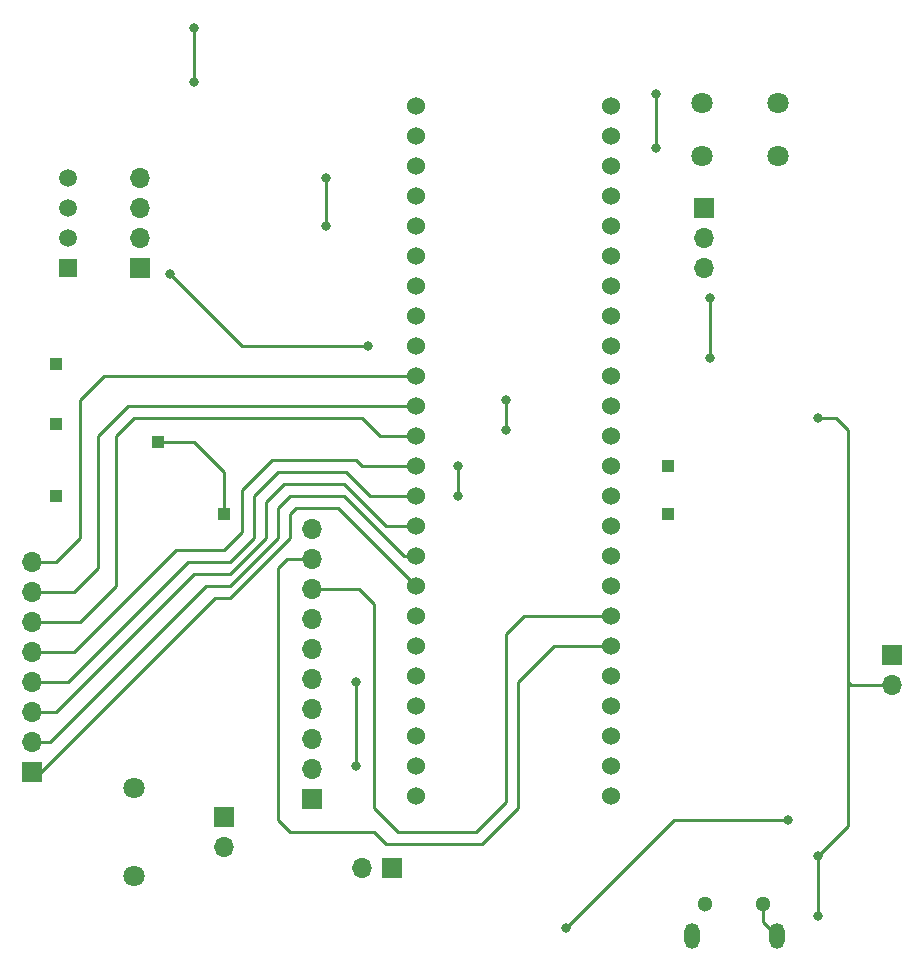
<source format=gbr>
%TF.GenerationSoftware,KiCad,Pcbnew,(7.0.0)*%
%TF.CreationDate,2023-04-03T20:33:43+02:00*%
%TF.ProjectId,EEE3088_design_project,45454533-3038-4385-9f64-657369676e5f,1.0*%
%TF.SameCoordinates,Original*%
%TF.FileFunction,Copper,L2,Bot*%
%TF.FilePolarity,Positive*%
%FSLAX46Y46*%
G04 Gerber Fmt 4.6, Leading zero omitted, Abs format (unit mm)*
G04 Created by KiCad (PCBNEW (7.0.0)) date 2023-04-03 20:33:43*
%MOMM*%
%LPD*%
G01*
G04 APERTURE LIST*
%TA.AperFunction,ComponentPad*%
%ADD10R,1.700000X1.700000*%
%TD*%
%TA.AperFunction,ComponentPad*%
%ADD11O,1.700000X1.700000*%
%TD*%
%TA.AperFunction,ComponentPad*%
%ADD12R,1.000000X1.000000*%
%TD*%
%TA.AperFunction,ComponentPad*%
%ADD13R,1.500000X1.500000*%
%TD*%
%TA.AperFunction,ComponentPad*%
%ADD14C,1.500000*%
%TD*%
%TA.AperFunction,ComponentPad*%
%ADD15C,1.800000*%
%TD*%
%TA.AperFunction,ComponentPad*%
%ADD16C,1.300000*%
%TD*%
%TA.AperFunction,ComponentPad*%
%ADD17O,1.300000X2.200000*%
%TD*%
%TA.AperFunction,ComponentPad*%
%ADD18C,1.524000*%
%TD*%
%TA.AperFunction,ViaPad*%
%ADD19C,0.800000*%
%TD*%
%TA.AperFunction,Conductor*%
%ADD20C,0.250000*%
%TD*%
G04 APERTURE END LIST*
D10*
%TO.P,J3,1,Pin_1*%
%TO.N,GND*%
X136651999Y-148335999D03*
D11*
%TO.P,J3,2,Pin_2*%
%TO.N,5V*%
X134111999Y-148335999D03*
%TD*%
D10*
%TO.P,J5,1,Pin_1*%
%TO.N,Analog temp sensor*%
X122427999Y-144012999D03*
D11*
%TO.P,J5,2,Pin_2*%
%TO.N,GND*%
X122427999Y-146552999D03*
%TD*%
D12*
%TO.P,TP10,1,1*%
%TO.N,/Microcontroller Interface/Eprom_SLC*%
X160019999Y-118363999D03*
%TD*%
D13*
%TO.P,U8,1,VDD*%
%TO.N,Vout3*%
X109219999Y-97536015D03*
D14*
%TO.P,U8,2,SDA*%
%TO.N,Temp_Sensor_SDA*%
X109220000Y-94996011D03*
%TO.P,U8,3,SCK*%
%TO.N,Temp_Sensor_SLC*%
X109220000Y-92456005D03*
%TO.P,U8,4,GND*%
%TO.N,GND*%
X109220000Y-89916000D03*
%TD*%
D12*
%TO.P,TP5,1,1*%
%TO.N,Temp_Sensor_SDA*%
X108203999Y-105663999D03*
%TD*%
D15*
%TO.P,S1,1,1*%
%TO.N,unconnected-(S1-Pad1)*%
X162866064Y-83602064D03*
%TO.P,S1,2,2*%
%TO.N,GND*%
X169365936Y-83602064D03*
%TO.P,S1,3,3*%
%TO.N,unconnected-(S1-Pad3)*%
X162866064Y-88101936D03*
%TO.P,S1,4,4*%
%TO.N,/Microcontroller Interface/NRST*%
X169365936Y-88101936D03*
%TD*%
D10*
%TO.P,J1,1,Pin_1*%
%TO.N,/Power managment/POS_terminal*%
X179012999Y-130296999D03*
D11*
%TO.P,J1,2,Pin_2*%
%TO.N,Vout3*%
X179012999Y-132836999D03*
%TD*%
D15*
%TO.P,TH1,1*%
%TO.N,Analog temp sensor*%
X114808000Y-141537936D03*
%TO.P,TH1,2*%
%TO.N,GND*%
X114808000Y-149038064D03*
%TD*%
D12*
%TO.P,TP9,1,1*%
%TO.N,/Microcontroller Interface/Eprom_SDA*%
X160019999Y-114299999D03*
%TD*%
D10*
%TO.P,J8,1,Pin_1*%
%TO.N,PA7*%
X106171999Y-140207999D03*
D11*
%TO.P,J8,2,Pin_2*%
%TO.N,PA6*%
X106171999Y-137667999D03*
%TO.P,J8,3,Pin_3*%
%TO.N,PA5*%
X106171999Y-135127999D03*
%TO.P,J8,4,Pin_4*%
%TO.N,PA4*%
X106171999Y-132587999D03*
%TO.P,J8,5,Pin_5*%
%TO.N,PA3*%
X106171999Y-130047999D03*
%TO.P,J8,6,Pin_6*%
%TO.N,PA2*%
X106171999Y-127507999D03*
%TO.P,J8,7,Pin_7*%
%TO.N,PA1*%
X106171999Y-124967999D03*
%TO.P,J8,8,Pin_8*%
%TO.N,PA0*%
X106171999Y-122427999D03*
%TD*%
D16*
%TO.P,USB1,6,SH1*%
%TO.N,GND*%
X168032943Y-151424446D03*
D17*
%TO.P,USB1,7,SH2*%
X169207948Y-154094498D03*
%TO.P,USB1,8,SH3*%
X162008050Y-154094498D03*
D16*
%TO.P,USB1,9,SH4*%
X163183057Y-151424446D03*
%TD*%
D10*
%TO.P,J6,1,Pin_1*%
%TO.N,Vout3*%
X163067999Y-92470999D03*
D11*
%TO.P,J6,2,Pin_2*%
%TO.N,Net-(J6-Pin_2)*%
X163067999Y-95010999D03*
%TO.P,J6,3,Pin_3*%
%TO.N,GND*%
X163067999Y-97550999D03*
%TD*%
D10*
%TO.P,J2,1,Pin_1*%
%TO.N,5V*%
X129850999Y-142488999D03*
D11*
%TO.P,J2,2,Pin_2*%
%TO.N,Analog temp sensor*%
X129850999Y-139948999D03*
%TO.P,J2,3,Pin_3*%
%TO.N,Temp_Sensor_SDA*%
X129850999Y-137408999D03*
%TO.P,J2,4,Pin_4*%
%TO.N,Temp_Sensor_SLC*%
X129850999Y-134868999D03*
%TO.P,J2,5,Pin_5*%
%TO.N,unconnected-(J2-Pin_5-Pad5)*%
X129850999Y-132328999D03*
%TO.P,J2,6,Pin_6*%
%TO.N,unconnected-(J2-Pin_6-Pad6)*%
X129850999Y-129788999D03*
%TO.P,J2,7,Pin_7*%
%TO.N,/Microcontroller Interface/Plug_Detect*%
X129850999Y-127248999D03*
%TO.P,J2,8,Pin_8*%
%TO.N,/Microcontroller Interface/TX*%
X129850999Y-124708999D03*
%TO.P,J2,9,Pin_9*%
%TO.N,/Microcontroller Interface/RX*%
X129850999Y-122168999D03*
%TO.P,J2,10,Pin_10*%
%TO.N,GND*%
X129850999Y-119628999D03*
%TD*%
D12*
%TO.P,TP6,1,1*%
%TO.N,Temp_Sensor_SLC*%
X108203999Y-110743999D03*
%TD*%
%TO.P,TP7,1,1*%
%TO.N,Vout3*%
X122427999Y-118363999D03*
%TD*%
D18*
%TO.P,J7,1,Pin_1*%
%TO.N,unconnected-(J7-Pin_1-Pad1)*%
X138684000Y-83820000D03*
%TO.P,J7,2,Pin_2*%
%TO.N,unconnected-(J7-Pin_2-Pad2)*%
X138684000Y-86360000D03*
%TO.P,J7,3,Pin_3*%
%TO.N,unconnected-(J7-Pin_3-Pad3)*%
X138684000Y-88900000D03*
%TO.P,J7,4,Pin_4*%
%TO.N,unconnected-(J7-Pin_4-Pad4)*%
X138684000Y-91440000D03*
%TO.P,J7,5,Pin_5*%
%TO.N,Net-(J7-Pin_5)*%
X138684000Y-93980000D03*
%TO.P,J7,6,Pin_6*%
%TO.N,Net-(J7-Pin_6)*%
X138684000Y-96520000D03*
%TO.P,J7,7,Pin_7*%
%TO.N,/Microcontroller Interface/NRST*%
X138684000Y-99060000D03*
%TO.P,J7,8,Pin_8*%
%TO.N,GND*%
X138684000Y-101600000D03*
%TO.P,J7,9,Pin_9*%
%TO.N,Vout3*%
X138684000Y-104140000D03*
%TO.P,J7,10,Pin_10*%
%TO.N,PA0*%
X138684000Y-106680000D03*
%TO.P,J7,11,Pin_11*%
%TO.N,PA1*%
X138684000Y-109220000D03*
%TO.P,J7,12,Pin_12*%
%TO.N,PA2*%
X138684000Y-111760000D03*
%TO.P,J7,13,Pin_13*%
%TO.N,PA3*%
X138684000Y-114300000D03*
%TO.P,J7,14,Pin_14*%
%TO.N,PA4*%
X138684000Y-116840000D03*
%TO.P,J7,15,Pin_15*%
%TO.N,PA5*%
X138684000Y-119380000D03*
%TO.P,J7,16,Pin_16*%
%TO.N,PA6*%
X138684000Y-121920000D03*
%TO.P,J7,17,Pin_17*%
%TO.N,PA7*%
X138684000Y-124460000D03*
%TO.P,J7,18,Pin_18*%
%TO.N,Analog temp sensor*%
X138684000Y-127000000D03*
%TO.P,J7,19,Pin_19*%
%TO.N,PB1*%
X138684000Y-129540000D03*
%TO.P,J7,20,Pin_20*%
%TO.N,PB2*%
X138684000Y-132080000D03*
%TO.P,J7,21,Pin_21*%
%TO.N,Temp_Sensor_SLC*%
X138684000Y-134620000D03*
%TO.P,J7,22,Pin_22*%
%TO.N,Temp_Sensor_SDA*%
X138684000Y-137160000D03*
%TO.P,J7,23,Pin_23*%
%TO.N,GND*%
X138684000Y-139700000D03*
%TO.P,J7,24,Pin_24*%
%TO.N,Vout3*%
X138684000Y-142240000D03*
%TO.P,J7,25,Pin_25*%
%TO.N,PB12*%
X155194000Y-142240000D03*
%TO.P,J7,26,Pin_26*%
%TO.N,PB13*%
X155194000Y-139700000D03*
%TO.P,J7,27,Pin_27*%
%TO.N,PB14*%
X155194000Y-137160000D03*
%TO.P,J7,28,Pin_28*%
%TO.N,PB15*%
X155194000Y-134620000D03*
%TO.P,J7,29,Pin_29*%
%TO.N,PA8*%
X155194000Y-132080000D03*
%TO.P,J7,30,Pin_30*%
%TO.N,/Microcontroller Interface/RX*%
X155194000Y-129540000D03*
%TO.P,J7,31,Pin_31*%
%TO.N,/Microcontroller Interface/TX*%
X155194000Y-127000000D03*
%TO.P,J7,32,Pin_32*%
%TO.N,PA11*%
X155194000Y-124460000D03*
%TO.P,J7,33,Pin_33*%
%TO.N,PA12*%
X155194000Y-121920000D03*
%TO.P,J7,34,Pin_34*%
%TO.N,PA13*%
X155194000Y-119380000D03*
%TO.P,J7,35,Pin_35*%
%TO.N,/Microcontroller Interface/Eprom_SLC*%
X155194000Y-116840000D03*
%TO.P,J7,36,Pin_36*%
%TO.N,/Microcontroller Interface/Eprom_SDA*%
X155194000Y-114300000D03*
%TO.P,J7,37,Pin_37*%
%TO.N,PA14*%
X155194000Y-111760000D03*
%TO.P,J7,38,Pin_38*%
%TO.N,PA15*%
X155194000Y-109220000D03*
%TO.P,J7,39,Pin_39*%
%TO.N,PB3*%
X155194000Y-106680000D03*
%TO.P,J7,40,Pin_40*%
%TO.N,PB4*%
X155194000Y-104140000D03*
%TO.P,J7,41,Pin_41*%
%TO.N,PB5*%
X155194000Y-101600000D03*
%TO.P,J7,42,Pin_42*%
%TO.N,PB6*%
X155194000Y-99060000D03*
%TO.P,J7,43,Pin_43*%
%TO.N,PB7*%
X155194000Y-96520000D03*
%TO.P,J7,44,Pin_44*%
%TO.N,Net-(J6-Pin_2)*%
X155194000Y-93980000D03*
%TO.P,J7,45,Pin_45*%
%TO.N,PB8*%
X155194000Y-91440000D03*
%TO.P,J7,46,Pin_46*%
%TO.N,PB9*%
X155194000Y-88900000D03*
%TO.P,J7,47,Pin_47*%
%TO.N,GND*%
X155194000Y-86360000D03*
%TO.P,J7,48,Pin_48*%
%TO.N,Vout3*%
X155194000Y-83820000D03*
%TD*%
D10*
%TO.P,J4,1,Pin_1*%
%TO.N,Vout3*%
X115315999Y-97535999D03*
D11*
%TO.P,J4,2,Pin_2*%
%TO.N,Temp_Sensor_SDA*%
X115315999Y-94995999D03*
%TO.P,J4,3,Pin_3*%
%TO.N,Temp_Sensor_SLC*%
X115315999Y-92455999D03*
%TO.P,J4,4,Pin_4*%
%TO.N,GND*%
X115315999Y-89915999D03*
%TD*%
D12*
%TO.P,TP4,1,1*%
%TO.N,Vout3*%
X116839999Y-112267999D03*
%TD*%
%TO.P,TP8,1,1*%
%TO.N,Analog temp sensor*%
X108203999Y-116839999D03*
%TD*%
D19*
%TO.N,GND*%
X163576000Y-100076000D03*
X163576000Y-105156000D03*
%TO.N,Analog temp sensor*%
X133604000Y-132588000D03*
X133604000Y-139700000D03*
%TO.N,/Microcontroller Interface/Eprom_SLC*%
X142240000Y-114300000D03*
X142240000Y-116840000D03*
%TO.N,/Power managment/POS_terminal*%
X170180000Y-144272000D03*
X151384000Y-153416000D03*
%TO.N,Net-(BT1--)*%
X119888000Y-77216000D03*
X119888000Y-81788000D03*
%TO.N,Vout3*%
X172720000Y-152400000D03*
X172720000Y-147320000D03*
X134620000Y-104140000D03*
X159004000Y-87376000D03*
X146304000Y-108712000D03*
X159004000Y-82804000D03*
X146304000Y-111252000D03*
X172720000Y-110236000D03*
X117856000Y-98044000D03*
%TO.N,Net-(J7-Pin_5)*%
X131064000Y-93980000D03*
X131064000Y-89916000D03*
%TD*%
D20*
%TO.N,GND*%
X168032943Y-151424446D02*
X168032943Y-152919493D01*
X168032943Y-152919493D02*
X169207949Y-154094499D01*
X163576000Y-100076000D02*
X163576000Y-105156000D01*
%TO.N,Analog temp sensor*%
X133604000Y-139700000D02*
X133604000Y-132588000D01*
%TO.N,/Microcontroller Interface/TX*%
X147828000Y-127000000D02*
X154940000Y-127000000D01*
X129851000Y-124709000D02*
X133853000Y-124709000D01*
X135128000Y-125984000D02*
X135128000Y-143256000D01*
X133853000Y-124709000D02*
X135128000Y-125984000D01*
X146304000Y-128524000D02*
X147828000Y-127000000D01*
X146304000Y-142748000D02*
X146304000Y-128524000D01*
X135128000Y-143256000D02*
X137160000Y-145288000D01*
X137160000Y-145288000D02*
X143764000Y-145288000D01*
X143764000Y-145288000D02*
X146304000Y-142748000D01*
%TO.N,/Microcontroller Interface/RX*%
X150368000Y-129540000D02*
X154940000Y-129540000D01*
X136144000Y-146304000D02*
X144272000Y-146304000D01*
X127000000Y-122936000D02*
X127000000Y-144272000D01*
X129851000Y-122169000D02*
X127767000Y-122169000D01*
X128016000Y-145288000D02*
X135128000Y-145288000D01*
X147320000Y-132588000D02*
X150368000Y-129540000D01*
X135128000Y-145288000D02*
X136144000Y-146304000D01*
X127767000Y-122169000D02*
X127000000Y-122936000D01*
X144272000Y-146304000D02*
X147320000Y-143256000D01*
X147320000Y-143256000D02*
X147320000Y-132588000D01*
X127000000Y-144272000D02*
X128016000Y-145288000D01*
%TO.N,PA0*%
X110236000Y-108712000D02*
X110236000Y-120396000D01*
X110236000Y-120396000D02*
X108204000Y-122428000D01*
X138684000Y-106680000D02*
X112268000Y-106680000D01*
X108204000Y-122428000D02*
X106172000Y-122428000D01*
X112268000Y-106680000D02*
X110236000Y-108712000D01*
%TO.N,PA1*%
X111760000Y-122936000D02*
X109728000Y-124968000D01*
X114300000Y-109220000D02*
X111760000Y-111760000D01*
X138684000Y-109220000D02*
X114300000Y-109220000D01*
X111760000Y-111760000D02*
X111760000Y-122936000D01*
X109728000Y-124968000D02*
X106172000Y-124968000D01*
%TO.N,PA2*%
X110236000Y-127508000D02*
X106172000Y-127508000D01*
X113284000Y-111760000D02*
X113284000Y-124460000D01*
X114808000Y-110236000D02*
X113284000Y-111760000D01*
X138684000Y-111760000D02*
X135636000Y-111760000D01*
X135636000Y-111760000D02*
X134112000Y-110236000D01*
X134112000Y-110236000D02*
X114808000Y-110236000D01*
X113284000Y-124460000D02*
X110236000Y-127508000D01*
%TO.N,PA3*%
X106172000Y-130048000D02*
X109728000Y-130048000D01*
X123952000Y-119888000D02*
X123952000Y-116332000D01*
X118364000Y-121412000D02*
X122428000Y-121412000D01*
X109728000Y-130048000D02*
X118364000Y-121412000D01*
X138684000Y-114300000D02*
X134112000Y-114300000D01*
X123952000Y-116332000D02*
X125984000Y-114300000D01*
X126492000Y-113792000D02*
X125984000Y-114300000D01*
X134112000Y-114300000D02*
X133604000Y-113792000D01*
X133604000Y-113792000D02*
X126492000Y-113792000D01*
X122428000Y-121412000D02*
X123952000Y-119888000D01*
%TO.N,PA4*%
X134748396Y-116840000D02*
X132716396Y-114808000D01*
X132716396Y-114808000D02*
X127000000Y-114808000D01*
X109220000Y-132588000D02*
X106172000Y-132588000D01*
X124968000Y-120396000D02*
X122936000Y-122428000D01*
X119380000Y-122428000D02*
X109220000Y-132588000D01*
X124968000Y-116840000D02*
X124968000Y-120396000D01*
X127000000Y-114808000D02*
X124968000Y-116840000D01*
X122936000Y-122428000D02*
X119380000Y-122428000D01*
X138684000Y-116840000D02*
X134748396Y-116840000D01*
%TO.N,PA5*%
X108204000Y-135128000D02*
X106172000Y-135128000D01*
X132588000Y-115824000D02*
X127508000Y-115824000D01*
X127508000Y-115824000D02*
X125984000Y-117348000D01*
X122936000Y-123444000D02*
X119888000Y-123444000D01*
X138684000Y-119380000D02*
X136144000Y-119380000D01*
X136144000Y-119380000D02*
X132588000Y-115824000D01*
X125984000Y-117348000D02*
X125984000Y-120396000D01*
X119888000Y-123444000D02*
X108204000Y-135128000D01*
X125984000Y-120396000D02*
X122936000Y-123444000D01*
%TO.N,PA6*%
X120904000Y-124460000D02*
X107696000Y-137668000D01*
X128016000Y-116840000D02*
X127000000Y-117856000D01*
X138684000Y-121920000D02*
X137668000Y-121920000D01*
X107696000Y-137668000D02*
X106172000Y-137668000D01*
X127000000Y-117856000D02*
X127000000Y-120396000D01*
X127000000Y-120396000D02*
X122936000Y-124460000D01*
X122936000Y-124460000D02*
X120904000Y-124460000D01*
X137668000Y-121920000D02*
X132588000Y-116840000D01*
X132588000Y-116840000D02*
X128016000Y-116840000D01*
%TO.N,/Microcontroller Interface/Eprom_SLC*%
X142240000Y-116840000D02*
X142240000Y-114300000D01*
%TO.N,PA7*%
X121666000Y-125476000D02*
X106934000Y-140208000D01*
X138684000Y-124460000D02*
X132080000Y-117856000D01*
X122936000Y-125476000D02*
X121666000Y-125476000D01*
X128016000Y-118364000D02*
X128016000Y-120396000D01*
X128016000Y-120396000D02*
X122936000Y-125476000D01*
X132080000Y-117856000D02*
X128524000Y-117856000D01*
X128524000Y-117856000D02*
X128016000Y-118364000D01*
X106934000Y-140208000D02*
X106172000Y-140208000D01*
%TO.N,/Power managment/POS_terminal*%
X160528000Y-144272000D02*
X170180000Y-144272000D01*
X151384000Y-153416000D02*
X160528000Y-144272000D01*
%TO.N,Net-(BT1--)*%
X119888000Y-77216000D02*
X119888000Y-81788000D01*
%TO.N,Vout3*%
X123952000Y-104140000D02*
X117856000Y-98044000D01*
X119888000Y-112268000D02*
X122428000Y-114808000D01*
X146304000Y-108712000D02*
X146304000Y-111252000D01*
X122428000Y-114808000D02*
X122428000Y-118364000D01*
X175260000Y-144780000D02*
X175260000Y-132588000D01*
X134620000Y-104140000D02*
X123952000Y-104140000D01*
X174244000Y-110236000D02*
X172720000Y-110236000D01*
X175260000Y-111252000D02*
X174244000Y-110236000D01*
X175509000Y-132837000D02*
X175260000Y-132588000D01*
X179013000Y-132837000D02*
X175509000Y-132837000D01*
X116840000Y-112268000D02*
X119888000Y-112268000D01*
X172720000Y-147320000D02*
X175260000Y-144780000D01*
X175260000Y-132588000D02*
X175260000Y-111252000D01*
X172720000Y-147320000D02*
X172720000Y-152400000D01*
X159004000Y-82804000D02*
X159004000Y-87376000D01*
%TO.N,Net-(J7-Pin_5)*%
X131064000Y-89916000D02*
X131064000Y-93980000D01*
%TD*%
M02*

</source>
